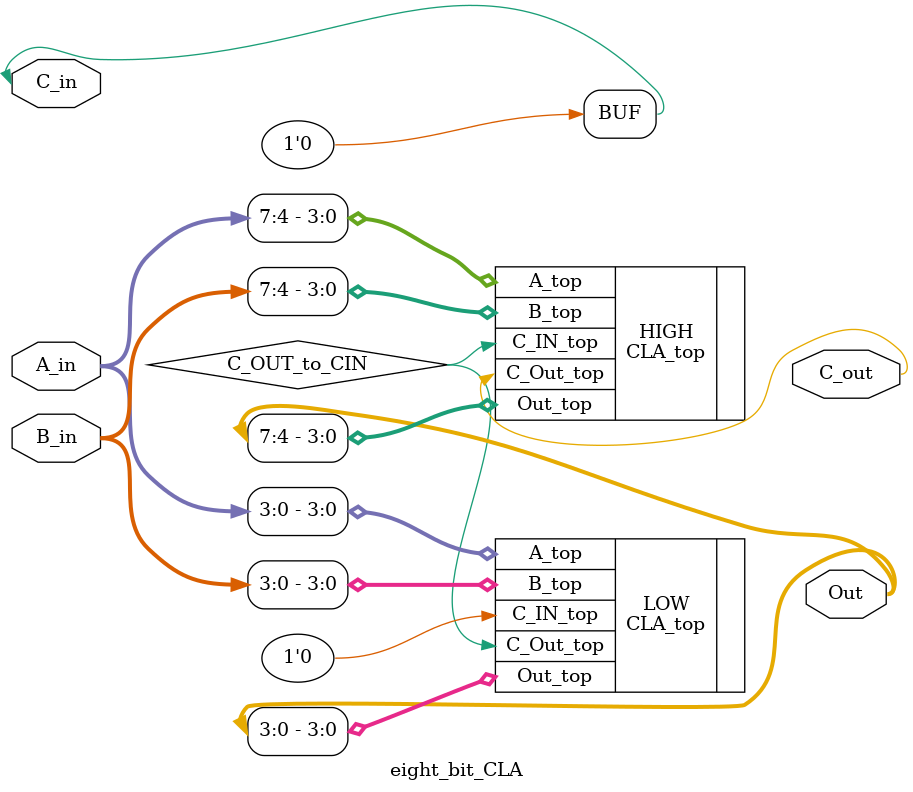
<source format=v>
`timescale 1ns / 1ps

module eight_bit_CLA(input [7:0] A_in, B_in,input C_in, output [7:0] Out, output C_out);

wire C_OUT_to_CIN;

assign C_in = 0;

    CLA_top LOW (.A_top(A_in[3:0]), .B_top(B_in[3:0]), .C_IN_top(C_in), .Out_top(Out[3:0]), .C_Out_top(C_OUT_to_CIN));
    CLA_top HIGH (.A_top(A_in[7:4]), .B_top(B_in[7:4]), .C_IN_top(C_OUT_to_CIN), .Out_top(Out[7:4]), .C_Out_top(C_out));

endmodule

</source>
